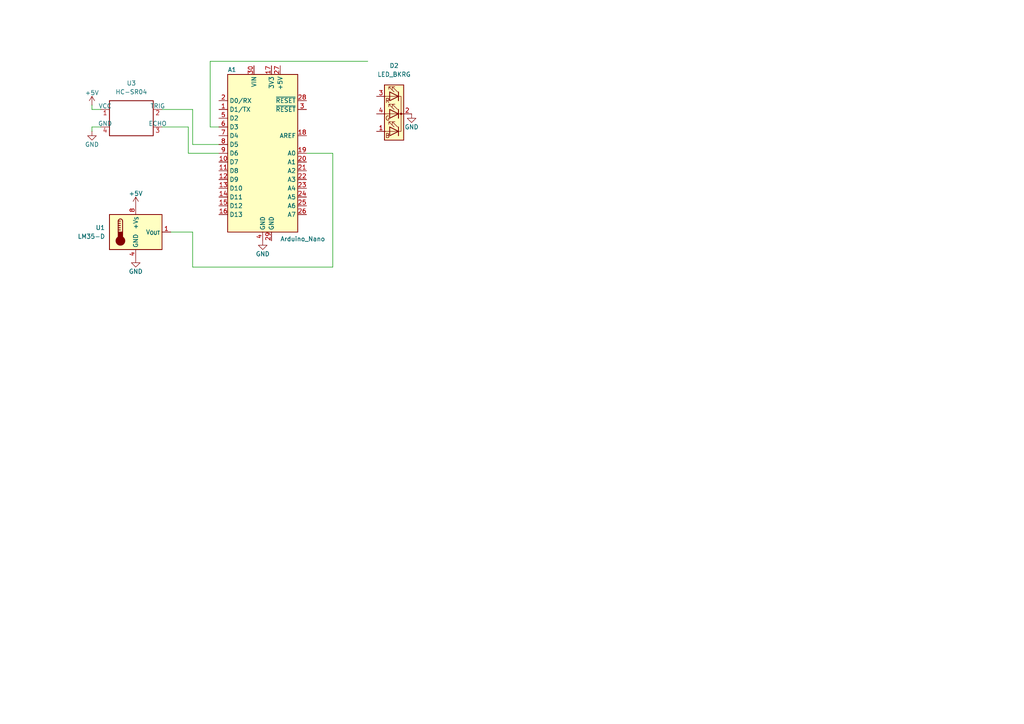
<source format=kicad_sch>
(kicad_sch (version 20250114) (generator "eeschema") (generator_version "9.0")
  (paper "A4")
  (title_block (title "Arduino Nano + LM35 + YF-S201 (grid 50mil)") (date "2025-09-16") (rev "1.0") (company "Adriana") (comment 1 "LM35→A0; YF-S201 con pull-up 10k→D2"))
  (lib_symbols
    (symbol "Device:LED_BKRG" (pin_names (offset 0) (hide yes))
      (property "Reference" "D" (at 0 9.398 0))
      (property "Value" "LED_BKRG" (at 0 -8.89 0))
      (symbol "LED_BKRG_0_0"
        (text "R" (at 1.905 3.81 0) (effects (font (size 1.27 1.27))))
        (text "G" (at 1.905 -1.27 0) (effects (font (size 1.27 1.27))))
        (text "B" (at 1.905 -6.35 0) (effects (font (size 1.27 1.27))))
      )
      (symbol "LED_BKRG_0_1"
        (circle (center -2.032 0) (radius 0.254) (fill (type outline)))
        (polyline (pts (xy -1.27 6.35) (xy -1.27 3.81)) (stroke (width 0.254)))
        (polyline (pts (xy -1.27 6.35) (xy -1.27 3.81) (xy -1.27 3.81)))
        (polyline (pts (xy -1.27 5.08) (xy 1.27 5.08)))
        (polyline (pts (xy -1.27 5.08) (xy -2.032 5.08) (xy -2.032 -5.08) (xy -1.016 -5.08)))
        (polyline (pts (xy -1.27 1.27) (xy -1.27 -1.27)) (stroke (width 0.254)))
        (polyline (pts (xy -1.27 1.27) (xy -1.27 -1.27) (xy -1.27 -1.27)))
        (polyline (pts (xy -1.27 0) (xy -2.54 0)))
        (polyline (pts (xy -1.27 -3.81) (xy -1.27 -6.35)) (stroke (width 0.254)))
        (polyline (pts (xy -1.27 -5.08) (xy 1.27 -5.08)))
        (polyline (pts (xy -1.016 6.35) (xy 0.508 7.874) (xy -0.254 7.874) (xy 0.508 7.874) (xy 0.508 7.112)))
        (polyline (pts (xy -1.016 1.27) (xy 0.508 2.794) (xy -0.254 2.794) (xy 0.508 2.794) (xy 0.508 2.032)))
        (polyline (pts (xy -1.016 -3.81) (xy 0.508 -2.286) (xy -0.254 -2.286) (xy 0.508 -2.286) (xy 0.508 -3.048)))
        (polyline (pts (xy 0 6.35) (xy 1.524 7.874) (xy 0.762 7.874) (xy 1.524 7.874) (xy 1.524 7.112)))
        (polyline (pts (xy 0 1.27) (xy 1.524 2.794) (xy 0.762 2.794) (xy 1.524 2.794) (xy 1.524 2.032)))
        (polyline (pts (xy 0 -3.81) (xy 1.524 -2.286) (xy 0.762 -2.286) (xy 1.524 -2.286) (xy 1.524 -3.048)))
        (polyline (pts (xy 1.27 6.35) (xy 1.27 3.81) (xy -1.27 5.08) (xy 1.27 6.35)) (stroke (width 0.254)))
        (rectangle (start 1.27 6.35) (end 1.27 6.35))
        (polyline (pts (xy 1.27 5.08) (xy 2.54 5.08)))
        (rectangle (start 1.27 3.81) (end 1.27 6.35))
        (polyline (pts (xy 1.27 1.27) (xy 1.27 -1.27) (xy -1.27 0) (xy 1.27 1.27)) (stroke (width 0.254)))
        (rectangle (start 1.27 1.27) (end 1.27 1.27))
        (polyline (pts (xy 1.27 0) (xy -1.27 0)))
        (polyline (pts (xy 1.27 0) (xy 2.54 0)))
        (rectangle (start 1.27 -1.27) (end 1.27 1.27))
        (polyline (pts (xy 1.27 -3.81) (xy 1.27 -6.35) (xy -1.27 -5.08) (xy 1.27 -3.81)) (stroke (width 0.254)))
        (polyline (pts (xy 1.27 -5.08) (xy 2.54 -5.08)))
        (rectangle (start 2.794 8.382) (end -2.794 -7.62) (stroke (width 0.254)) (fill (type background)))
      )
      (symbol "LED_BKRG_1_1"
        (pin passive line (at -5.08 0 0) (length 2.54) (name "K") (number "2"))
        (pin passive line (at 5.08 5.08 180) (length 2.54) (name "RA") (number "3"))
        (pin passive line (at 5.08 0 180) (length 2.54) (name "GA") (number "4"))
        (pin passive line (at 5.08 -5.08 180) (length 2.54) (name "BA") (number "1"))
      )
    )
    (symbol "MCU_Module:Arduino_Nano_v3.x"
      (property "Reference" "A" (at -10.16 23.495 0))
      (property "Value" "Arduino_Nano_v3.x" (at 5.08 -24.13 0))
      (symbol "Arduino_Nano_v3.x_0_1"
        (rectangle (start -10.16 22.86) (end 10.16 -22.86) (stroke (width 0.254)) (fill (type background)))
      )
      (symbol "Arduino_Nano_v3.x_1_1"
        (pin bidirectional line (at -12.7 15.24 0) (length 2.54) (name "D0/RX") (number "2"))
        (pin bidirectional line (at -12.7 12.7 0) (length 2.54) (name "D1/TX") (number "1"))
        (pin bidirectional line (at -12.7 10.16 0) (length 2.54) (name "D2") (number "5"))
        (pin bidirectional line (at -12.7 7.62 0) (length 2.54) (name "D3") (number "6"))
        (pin bidirectional line (at -12.7 5.08 0) (length 2.54) (name "D4") (number "7"))
        (pin bidirectional line (at -12.7 2.54 0) (length 2.54) (name "D5") (number "8"))
        (pin bidirectional line (at -12.7 0 0) (length 2.54) (name "D6") (number "9"))
        (pin bidirectional line (at -12.7 -2.54 0) (length 2.54) (name "D7") (number "10"))
        (pin bidirectional line (at -12.7 -5.08 0) (length 2.54) (name "D8") (number "11"))
        (pin bidirectional line (at -12.7 -7.62 0) (length 2.54) (name "D9") (number "12"))
        (pin bidirectional line (at -12.7 -10.16 0) (length 2.54) (name "D10") (number "13"))
        (pin bidirectional line (at -12.7 -12.7 0) (length 2.54) (name "D11") (number "14"))
        (pin bidirectional line (at -12.7 -15.24 0) (length 2.54) (name "D12") (number "15"))
        (pin bidirectional line (at -12.7 -17.78 0) (length 2.54) (name "D13") (number "16"))
        (pin power_in line (at -2.54 25.4 270) (length 2.54) (name "VIN") (number "30"))
        (pin power_in line (at 0 -25.4 90) (length 2.54) (name "GND") (number "4"))
        (pin power_out line (at 2.54 25.4 270) (length 2.54) (name "3V3") (number "17"))
        (pin power_in line (at 2.54 -25.4 90) (length 2.54) (name "GND") (number "29"))
        (pin power_out line (at 5.08 25.4 270) (length 2.54) (name "+5V") (number "27"))
        (pin input line (at 12.7 15.24 180) (length 2.54) (name "~{RESET}") (number "28"))
        (pin input line (at 12.7 12.7 180) (length 2.54) (name "~{RESET}") (number "3"))
        (pin input line (at 12.7 5.08 180) (length 2.54) (name "AREF") (number "18"))
        (pin bidirectional line (at 12.7 0 180) (length 2.54) (name "A0") (number "19"))
        (pin bidirectional line (at 12.7 -2.54 180) (length 2.54) (name "A1") (number "20"))
        (pin bidirectional line (at 12.7 -5.08 180) (length 2.54) (name "A2") (number "21"))
        (pin bidirectional line (at 12.7 -7.62 180) (length 2.54) (name "A3") (number "22"))
        (pin bidirectional line (at 12.7 -10.16 180) (length 2.54) (name "A4") (number "23"))
        (pin bidirectional line (at 12.7 -12.7 180) (length 2.54) (name "A5") (number "24"))
        (pin bidirectional line (at 12.7 -15.24 180) (length 2.54) (name "A6") (number "25"))
        (pin bidirectional line (at 12.7 -17.78 180) (length 2.54) (name "A7") (number "26"))
      )
    )
    (symbol "MyLib:HC_SR04" (pin_names (offset 0))
      (property "Reference" "U3" (at 5.08 10.16 0))
      (property "Value" "HC-SR04" (at 5.08 7.62 0))
      (symbol "HC_SR04_0_1"
        (rectangle (start -1.27 5.08) (end 11.43 -5.08) (stroke (width 0.254)))
      )
      (symbol "HC_SR04_1_1"
        (pin power_in line (at -3.81 2.54 0) (length 2.54) (name "VCC") (number "1"))
        (pin power_in line (at -3.81 -2.54 0) (length 2.54) (name "GND") (number "4"))
        (pin input line (at 13.97 2.54 180) (length 2.54) (name "TRIG") (number "2"))
        (pin output line (at 13.97 -2.54 180) (length 2.54) (name "ECHO") (number "3"))
      )
    )
    (symbol "Sensor_Temperature:LM35-D"
      (property "Reference" "U" (at -6.35 6.35 0))
      (property "Value" "LM35-D" (at 1.27 6.35 0))
      (symbol "LM35-D_0_1"
        (rectangle (start -7.62 5.08) (end 7.62 -5.08) (stroke (width 0.254)) (fill (type background)))
        (polyline (pts (xy -5.08 3.175) (xy -5.08 0)) (stroke (width 0.254)))
        (polyline (pts (xy -5.08 3.175) (xy -4.445 3.175)) (stroke (width 0.254)))
        (polyline (pts (xy -5.08 2.54) (xy -4.445 2.54)) (stroke (width 0.254)))
        (polyline (pts (xy -5.08 1.905) (xy -4.445 1.905)) (stroke (width 0.254)))
        (polyline (pts (xy -5.08 1.27) (xy -4.445 1.27)) (stroke (width 0.254)))
        (polyline (pts (xy -5.08 0.635) (xy -4.445 0.635)) (stroke (width 0.254)))
        (arc (start -5.08 3.175) (mid -4.445 3.8073) (end -3.81 3.175) (stroke (width 0.254)))
        (circle (center -4.445 -2.54) (radius 1.27) (stroke (width 0.254)) (fill (type outline)))
        (polyline (pts (xy -3.81 3.175) (xy -3.81 0)) (stroke (width 0.254)))
        (rectangle (start -3.81 -1.905) (end -5.08 0) (stroke (width 0.254)) (fill (type outline)))
      )
      (symbol "LM35-D_1_1"
        (pin no_connect line (at -2.54 5.08 270) (length 2.54) (hide yes) (name "NC") (number "3"))
        (pin no_connect line (at -2.54 -5.08 90) (length 2.54) (hide yes) (name "NC") (number "2"))
        (pin power_in line (at 0 7.62 270) (length 2.54) (name "+V_{S}") (number "8"))
        (pin power_in line (at 0 -7.62 90) (length 2.54) (name "GND") (number "4"))
        (pin no_connect line (at 2.54 -5.08 90) (length 2.54) (hide yes) (name "NC") (number "5"))
        (pin no_connect line (at 5.08 -5.08 90) (length 2.54) (hide yes) (name "NC") (number "6"))
        (pin no_connect line (at 7.62 2.54 180) (length 2.54) (hide yes) (name "NC") (number "7"))
        (pin output line (at 10.16 0 180) (length 2.54) (name "V_{OUT}") (number "1"))
      )
    )
    (symbol "power:+5V" (power) (pin_numbers (hide yes)) (pin_names (offset 0) (hide yes))
      (property "Value" "+5V" (at 0 3.556 0))
      (symbol "+5V_0_1"
        (polyline (pts (xy -0.762 1.27) (xy 0 2.54)))
        (polyline (pts (xy 0 2.54) (xy 0.762 1.27)))
        (polyline (pts (xy 0 0) (xy 0 2.54)))
      )
      (symbol "+5V_1_1"
        (pin power_in line (at 0 0 90) (length 0) (name "~") (number "1"))
      )
    )
    (symbol "power:GND" (power) (pin_numbers (hide yes)) (pin_names (offset 0) (hide yes))
      (property "Value" "GND" (at 0 -3.81 0))
      (symbol "GND_0_1"
        (polyline (pts (xy 0 0) (xy 0 -1.27) (xy 1.27 -1.27) (xy 0 -2.54) (xy -1.27 -1.27) (xy 0 -1.27)))
      )
      (symbol "GND_1_1"
        (pin power_in line (at 0 0 270) (length 0) (name "~") (number "1"))
      )
    )
  )
  (wire (pts (xy 54.61 44.45) (xy 54.61 36.83)))
  (wire (pts (xy 63.5 41.91) (xy 55.88 41.91)))
  (wire (pts (xy 49.53 67.31) (xy 55.88 67.31)))
  (wire (pts (xy 63.5 36.83) (xy 60.96 36.83)))
  (wire (pts (xy 26.67 38.1) (xy 26.67 36.83)))
  (wire (pts (xy 96.52 77.47) (xy 96.52 44.45)))
  (wire (pts (xy 55.88 41.91) (xy 55.88 31.75)))
  (wire (pts (xy 96.52 44.45) (xy 88.9 44.45)))
  (wire (pts (xy 60.96 17.78) (xy 106.68 17.78)))
  (wire (pts (xy 26.67 30.48) (xy 26.67 31.75)))
  (wire (pts (xy 60.96 36.83) (xy 60.96 17.78)))
  (wire (pts (xy 46.99 31.75) (xy 55.88 31.75)))
  (wire (pts (xy 26.67 36.83) (xy 29.21 36.83)))
  (wire (pts (xy 63.5 44.45) (xy 54.61 44.45)))
  (wire (pts (xy 55.88 67.31) (xy 55.88 77.47)))
  (wire (pts (xy 46.99 36.83) (xy 54.61 36.83)))
  (wire (pts (xy 26.67 31.75) (xy 29.21 31.75)))
  (wire (pts (xy 55.88 77.47) (xy 96.52 77.47)))
  (symbol (lib_id "Sensor_Temperature:LM35-D") (at 39.37 67.31 0) (unit 1)
    (property "Reference" "U1" (at 30.48 66.0399 0) (effects (justify right)))
    (property "Value" "LM35-D" (at 30.48 68.5799 0) (effects (justify right)))
    (property "Footprint" "Package_SO:SOIC-8_3.9x4.9mm_P1.27mm" (effects (hide yes)))
    (property "Datasheet" "http://www.ti.com/lit/ds/symlink/lm35.pdf" (effects (hide yes)))
    (property "Description" "Precision centigrade temperature sensor, SOIC-8" (effects (hide yes)))
  )
  (symbol (lib_id "power:+5V") (at 39.37 59.69 0) (unit 1)
    (property "Reference" "#PWR?" (effects (hide yes)))
    (property "Value" "+5V" (at 39.37 56.134 0))
    (property "Description" "Power symbol creates a global label with name \"+5V\"" (effects (hide yes)))
  )
  (symbol (lib_id "power:GND") (at 26.67 38.1 0) (unit 1)
    (property "Reference" "#PWR03" (effects (hide yes)))
    (property "Value" "GND" (at 26.67 41.91 0))
    (property "Description" "Power symbol creates a global label with name \"GND\" , ground" (effects (hide yes)))
  )
  (symbol (lib_id "power:+5V") (at 26.67 30.48 0) (unit 1)
    (property "Reference" "#PWR02" (effects (hide yes)))
    (property "Value" "+5V" (at 26.67 26.924 0))
    (property "Description" "Power symbol creates a global label with name \"+5V\"" (effects (hide yes)))
  )
  (symbol (lib_id "power:GND") (at 39.37 74.93 0) (unit 1)
    (property "Reference" "#PWR?" (effects (hide yes)))
    (property "Value" "GND" (at 39.37 78.74 0))
    (property "Description" "Power symbol creates a global label with name \"GND\" , ground" (effects (hide yes)))
  )
  (symbol (lib_id "Device:LED_BKRG") (at 114.3 33.02 0) (mirror y) (unit 1)
    (property "Reference" "D2" (at 114.3 19.05 0))
    (property "Value" "LED_BKRG" (at 114.3 21.59 0))
    (property "Description" "RGB LED, blue/cathode/red/green" (effects (hide yes)))
  )
  (symbol (lib_id "MCU_Module:Arduino_Nano_v3.x") (at 76.2 44.45 0) (unit 1)
    (property "Reference" "A1" (at 66.04 20.955 0) (effects (justify left bottom)))
    (property "Value" "Arduino_Nano" (at 81.28 68.58 0) (effects (justify left top)))
    (property "Footprint" "Module:Arduino_Nano" (effects (hide yes)))
    (property "Datasheet" "http://www.mouser.com/pdfdocs/Gravitech_Arduino_Nano3_0.pdf" (effects (hide yes)))
    (property "Description" "Arduino Nano v3.x" (effects (hide yes)))
  )
  (symbol (lib_id "power:GND") (at 119.38 33.02 0) (unit 1)
    (property "Reference" "#PWR05" (effects (hide yes)))
    (property "Value" "GND" (at 119.38 36.83 0))
    (property "Description" "Power symbol creates a global label with name \"GND\" , ground" (effects (hide yes)))
  )
  (symbol (lib_id "MyLib:HC_SR04") (at 33.02 34.29 0) (unit 1)
    (property "Reference" "U3" (at 38.1 24.13 0))
    (property "Value" "HC-SR04" (at 38.1 26.67 0))
  )
  (symbol (lib_id "power:GND") (at 76.2 69.85 0) (unit 1)
    (property "Reference" "#PWR01" (effects (hide yes)))
    (property "Value" "GND" (at 76.2 73.66 0))
    (property "Description" "Power symbol creates a global label with name \"GND\" , ground" (effects (hide yes)))
  )
)
</source>
